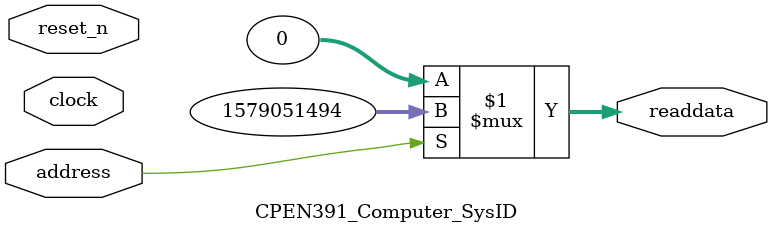
<source format=v>



// synthesis translate_off
`timescale 1ns / 1ps
// synthesis translate_on

// turn off superfluous verilog processor warnings 
// altera message_level Level1 
// altera message_off 10034 10035 10036 10037 10230 10240 10030 

module CPEN391_Computer_SysID (
               // inputs:
                address,
                clock,
                reset_n,

               // outputs:
                readdata
             )
;

  output  [ 31: 0] readdata;
  input            address;
  input            clock;
  input            reset_n;

  wire    [ 31: 0] readdata;
  //control_slave, which is an e_avalon_slave
  assign readdata = address ? 1579051494 : 0;

endmodule



</source>
